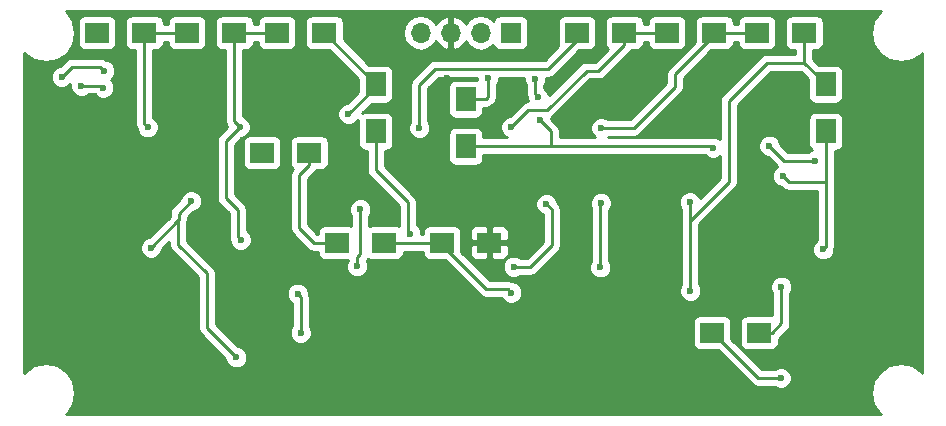
<source format=gbr>
G04 #@! TF.FileFunction,Copper,L2,Bot,Signal*
%FSLAX46Y46*%
G04 Gerber Fmt 4.6, Leading zero omitted, Abs format (unit mm)*
G04 Created by KiCad (PCBNEW 4.0.7) date 07/09/18 18:26:11*
%MOMM*%
%LPD*%
G01*
G04 APERTURE LIST*
%ADD10C,0.100000*%
%ADD11R,1.700000X1.700000*%
%ADD12O,1.700000X1.700000*%
%ADD13R,2.000000X1.700000*%
%ADD14R,1.700000X2.000000*%
%ADD15C,0.600000*%
%ADD16C,0.250000*%
%ADD17C,0.254000*%
G04 APERTURE END LIST*
D10*
D11*
X162560000Y-80010000D03*
D12*
X160020000Y-80010000D03*
X157480000Y-80010000D03*
X154940000Y-80010000D03*
D13*
X141510000Y-90170000D03*
X145510000Y-90170000D03*
X147860000Y-97790000D03*
X151860000Y-97790000D03*
X156750000Y-97790000D03*
X160750000Y-97790000D03*
X131540000Y-80010000D03*
X127540000Y-80010000D03*
X139160000Y-80010000D03*
X135160000Y-80010000D03*
X146780000Y-80010000D03*
X142780000Y-80010000D03*
D14*
X151130000Y-88360000D03*
X151130000Y-84360000D03*
X158750000Y-85630000D03*
X158750000Y-89630000D03*
D13*
X172180000Y-80010000D03*
X168180000Y-80010000D03*
X179800000Y-80010000D03*
X175800000Y-80010000D03*
X187420000Y-80010000D03*
X183420000Y-80010000D03*
D14*
X189230000Y-88360000D03*
X189230000Y-84360000D03*
D13*
X179610000Y-105410000D03*
X183610000Y-105410000D03*
D15*
X157200600Y-83820000D03*
X166090600Y-104978200D03*
X166370000Y-102057200D03*
X164795200Y-98044000D03*
X164642800Y-83896200D03*
X164871400Y-85445600D03*
X165049200Y-87426800D03*
X188341000Y-90830400D03*
X184454800Y-89585800D03*
X179679600Y-89738200D03*
X185445400Y-109245400D03*
X160604200Y-83870800D03*
X139344400Y-107492800D03*
X132105400Y-98221800D03*
X135509000Y-94259400D03*
X131826000Y-88011000D03*
X127152400Y-80111600D03*
X124536200Y-83769200D03*
X128168400Y-83235800D03*
X141782800Y-90170000D03*
X126212600Y-84480400D03*
X128066800Y-84658200D03*
X162610800Y-102006400D03*
X162814000Y-99822000D03*
X165582600Y-94513400D03*
X162610800Y-88011000D03*
X147878800Y-97459800D03*
X149555200Y-99796600D03*
X149834600Y-94970600D03*
X148818600Y-86893400D03*
X139700000Y-97536000D03*
X144526000Y-102108000D03*
X144780000Y-105410000D03*
X139623800Y-87985600D03*
X185597800Y-92151200D03*
X189026800Y-98348800D03*
X185470800Y-101523800D03*
X183642000Y-105613200D03*
X154838400Y-88061800D03*
X151130000Y-88360000D03*
X154051000Y-97028000D03*
X177723800Y-94361000D03*
X177774600Y-101854000D03*
X170230800Y-88087200D03*
X170154600Y-99872800D03*
X170205400Y-94411800D03*
D16*
X160750000Y-97790000D02*
X160750000Y-95014800D01*
X157073600Y-83947000D02*
X157200600Y-83820000D01*
X157073600Y-91338400D02*
X157073600Y-83947000D01*
X160750000Y-95014800D02*
X157073600Y-91338400D01*
X160750000Y-97790000D02*
X164541200Y-97790000D01*
X166090600Y-102336600D02*
X166090600Y-104978200D01*
X166370000Y-102057200D02*
X166090600Y-102336600D01*
X164541200Y-97790000D02*
X164795200Y-98044000D01*
X165963600Y-89630000D02*
X165963600Y-88341200D01*
X164642800Y-85217000D02*
X164642800Y-83896200D01*
X164871400Y-85445600D02*
X164642800Y-85217000D01*
X165963600Y-88341200D02*
X165049200Y-87426800D01*
X158750000Y-89630000D02*
X165963600Y-89630000D01*
X165963600Y-89630000D02*
X179571400Y-89630000D01*
X185699400Y-90830400D02*
X188341000Y-90830400D01*
X184454800Y-89585800D02*
X185699400Y-90830400D01*
X179571400Y-89630000D02*
X179679600Y-89738200D01*
X179610000Y-105410000D02*
X179654200Y-105410000D01*
X179654200Y-105410000D02*
X183489600Y-109245400D01*
X183489600Y-109245400D02*
X185445400Y-109245400D01*
X158750000Y-85630000D02*
X160445200Y-85630000D01*
X160604200Y-85471000D02*
X160604200Y-83870800D01*
X160445200Y-85630000D02*
X160604200Y-85471000D01*
X134429500Y-95897700D02*
X134429500Y-97955100D01*
X136855200Y-105003600D02*
X139344400Y-107492800D01*
X136855200Y-100380800D02*
X136855200Y-105003600D01*
X134429500Y-97955100D02*
X136855200Y-100380800D01*
X134442200Y-95885000D02*
X134429500Y-95897700D01*
X134429500Y-95897700D02*
X132105400Y-98221800D01*
X134442200Y-95326200D02*
X134442200Y-95885000D01*
X135509000Y-94259400D02*
X134442200Y-95326200D01*
X131540000Y-80010000D02*
X135160000Y-80010000D01*
X131540000Y-80010000D02*
X131540000Y-87725000D01*
X131540000Y-87725000D02*
X131826000Y-88011000D01*
X127152400Y-80111600D02*
X127254000Y-80010000D01*
X127254000Y-80010000D02*
X127540000Y-80010000D01*
X125425200Y-82880200D02*
X124536200Y-83769200D01*
X127812800Y-82880200D02*
X125425200Y-82880200D01*
X128168400Y-83235800D02*
X127812800Y-82880200D01*
X141782800Y-90170000D02*
X141510000Y-90170000D01*
X127889000Y-84480400D02*
X126212600Y-84480400D01*
X128066800Y-84658200D02*
X127889000Y-84480400D01*
X156750000Y-97790000D02*
X156750000Y-97974400D01*
X156750000Y-97974400D02*
X160477200Y-101701600D01*
X162306000Y-101701600D02*
X162610800Y-102006400D01*
X160477200Y-101701600D02*
X162306000Y-101701600D01*
X151860000Y-97790000D02*
X156750000Y-97790000D01*
X164236400Y-99822000D02*
X162814000Y-99822000D01*
X166039800Y-98018600D02*
X164236400Y-99822000D01*
X166039800Y-94970600D02*
X166039800Y-98018600D01*
X165582600Y-94513400D02*
X166039800Y-94970600D01*
X172180000Y-80010000D02*
X172180000Y-81007200D01*
X164058600Y-86563200D02*
X162610800Y-88011000D01*
X165633400Y-86563200D02*
X164058600Y-86563200D01*
X168986200Y-83210400D02*
X165633400Y-86563200D01*
X169976800Y-83210400D02*
X168986200Y-83210400D01*
X172180000Y-81007200D02*
X169976800Y-83210400D01*
X172180000Y-80010000D02*
X175800000Y-80010000D01*
X147878800Y-97459800D02*
X147860000Y-97478600D01*
X147860000Y-97478600D02*
X147860000Y-97790000D01*
X145510000Y-90170000D02*
X145510000Y-91167200D01*
X145872200Y-97790000D02*
X147860000Y-97790000D01*
X144627600Y-96545400D02*
X145872200Y-97790000D01*
X144627600Y-92049600D02*
X144627600Y-96545400D01*
X145510000Y-91167200D02*
X144627600Y-92049600D01*
X149555200Y-99009200D02*
X149555200Y-99796600D01*
X149834600Y-98729800D02*
X149555200Y-99009200D01*
X149834600Y-94970600D02*
X149834600Y-98729800D01*
X146780000Y-80010000D02*
X151130000Y-84360000D01*
X148818600Y-86893400D02*
X151130000Y-84582000D01*
X151130000Y-84582000D02*
X151130000Y-84360000D01*
X138430000Y-89179400D02*
X139623800Y-87985600D01*
X138430000Y-93980000D02*
X138430000Y-89179400D01*
X139446000Y-94996000D02*
X138430000Y-93980000D01*
X139446000Y-97282000D02*
X139446000Y-94996000D01*
X139700000Y-97536000D02*
X139446000Y-97282000D01*
X144780000Y-102362000D02*
X144780000Y-105410000D01*
X144526000Y-102108000D02*
X144780000Y-102362000D01*
X139160000Y-80010000D02*
X139160000Y-87521800D01*
X139160000Y-87521800D02*
X139623800Y-87985600D01*
X139160000Y-80010000D02*
X142780000Y-80010000D01*
X189230000Y-92659200D02*
X186105800Y-92659200D01*
X186105800Y-92659200D02*
X185597800Y-92151200D01*
X189230000Y-98145600D02*
X189230000Y-92659200D01*
X189230000Y-92659200D02*
X189230000Y-88360000D01*
X189026800Y-98348800D02*
X189230000Y-98145600D01*
X183610000Y-105410000D02*
X184683400Y-105410000D01*
X185470800Y-104622600D02*
X185470800Y-101523800D01*
X184683400Y-105410000D02*
X185470800Y-104622600D01*
X183642000Y-105613200D02*
X183610000Y-105581200D01*
X183610000Y-105581200D02*
X183610000Y-105410000D01*
X168180000Y-80010000D02*
X168180000Y-80638400D01*
X168180000Y-80638400D02*
X165760400Y-83058000D01*
X165760400Y-83058000D02*
X156184600Y-83058000D01*
X156184600Y-83058000D02*
X154838400Y-84404200D01*
X154838400Y-84404200D02*
X154838400Y-88061800D01*
X154051000Y-97028000D02*
X153873200Y-96850200D01*
X153873200Y-96850200D02*
X153873200Y-94361000D01*
X153873200Y-94361000D02*
X151130000Y-91617800D01*
X151130000Y-91617800D02*
X151130000Y-88360000D01*
X187420000Y-82550000D02*
X184277000Y-82550000D01*
X181025800Y-92659200D02*
X177774600Y-95910400D01*
X181025800Y-85801200D02*
X181025800Y-92659200D01*
X184277000Y-82550000D02*
X181025800Y-85801200D01*
X177723800Y-94361000D02*
X177774600Y-94411800D01*
X177774600Y-94411800D02*
X177774600Y-95910400D01*
X177774600Y-95910400D02*
X177774600Y-101854000D01*
X187420000Y-80010000D02*
X187420000Y-82550000D01*
X187420000Y-82550000D02*
X189230000Y-84360000D01*
X179800000Y-80010000D02*
X179800000Y-80194400D01*
X179800000Y-80194400D02*
X176479200Y-83515200D01*
X172999400Y-88087200D02*
X170230800Y-88087200D01*
X176479200Y-84607400D02*
X172999400Y-88087200D01*
X176479200Y-83515200D02*
X176479200Y-84607400D01*
X170154600Y-94462600D02*
X170154600Y-99872800D01*
X170205400Y-94411800D02*
X170154600Y-94462600D01*
X179800000Y-80010000D02*
X183420000Y-80010000D01*
D17*
G36*
X193807954Y-78237954D02*
X193264711Y-79050976D01*
X193073949Y-80010000D01*
X193264711Y-80969024D01*
X193807954Y-81782046D01*
X194620976Y-82325289D01*
X195580000Y-82516051D01*
X196539024Y-82325289D01*
X197352046Y-81782046D01*
X197410000Y-81695312D01*
X197410000Y-108804688D01*
X197352046Y-108717954D01*
X196539024Y-108174711D01*
X195580000Y-107983949D01*
X194620976Y-108174711D01*
X193807954Y-108717954D01*
X193264711Y-109530976D01*
X193073949Y-110490000D01*
X193264711Y-111449024D01*
X193807954Y-112262046D01*
X193894688Y-112320000D01*
X124875312Y-112320000D01*
X124962046Y-112262046D01*
X125505289Y-111449024D01*
X125696051Y-110490000D01*
X125505289Y-109530976D01*
X124962046Y-108717954D01*
X124149024Y-108174711D01*
X123190000Y-107983949D01*
X122230976Y-108174711D01*
X121417954Y-108717954D01*
X121360000Y-108804688D01*
X121360000Y-98406967D01*
X131170238Y-98406967D01*
X131312283Y-98750743D01*
X131575073Y-99013992D01*
X131918601Y-99156638D01*
X132290567Y-99156962D01*
X132634343Y-99014917D01*
X132897592Y-98752127D01*
X133040238Y-98408599D01*
X133040279Y-98361723D01*
X133669500Y-97732502D01*
X133669500Y-97955100D01*
X133727352Y-98245939D01*
X133892099Y-98492501D01*
X136095200Y-100695602D01*
X136095200Y-105003600D01*
X136153052Y-105294439D01*
X136317799Y-105541001D01*
X138409278Y-107632480D01*
X138409238Y-107677967D01*
X138551283Y-108021743D01*
X138814073Y-108284992D01*
X139157601Y-108427638D01*
X139529567Y-108427962D01*
X139873343Y-108285917D01*
X140136592Y-108023127D01*
X140279238Y-107679599D01*
X140279562Y-107307633D01*
X140137517Y-106963857D01*
X139874727Y-106700608D01*
X139531199Y-106557962D01*
X139484323Y-106557921D01*
X137615200Y-104688798D01*
X137615200Y-102293167D01*
X143590838Y-102293167D01*
X143732883Y-102636943D01*
X143995673Y-102900192D01*
X144020000Y-102910294D01*
X144020000Y-104847537D01*
X143987808Y-104879673D01*
X143845162Y-105223201D01*
X143844838Y-105595167D01*
X143986883Y-105938943D01*
X144249673Y-106202192D01*
X144593201Y-106344838D01*
X144965167Y-106345162D01*
X145308943Y-106203117D01*
X145572192Y-105940327D01*
X145714838Y-105596799D01*
X145715162Y-105224833D01*
X145573117Y-104881057D01*
X145540000Y-104847882D01*
X145540000Y-104560000D01*
X177962560Y-104560000D01*
X177962560Y-106260000D01*
X178006838Y-106495317D01*
X178145910Y-106711441D01*
X178358110Y-106856431D01*
X178610000Y-106907440D01*
X180076838Y-106907440D01*
X182952199Y-109782801D01*
X183198761Y-109947548D01*
X183489600Y-110005400D01*
X184882937Y-110005400D01*
X184915073Y-110037592D01*
X185258601Y-110180238D01*
X185630567Y-110180562D01*
X185974343Y-110038517D01*
X186237592Y-109775727D01*
X186380238Y-109432199D01*
X186380562Y-109060233D01*
X186238517Y-108716457D01*
X185975727Y-108453208D01*
X185632199Y-108310562D01*
X185260233Y-108310238D01*
X184916457Y-108452283D01*
X184883282Y-108485400D01*
X183804402Y-108485400D01*
X181257440Y-105938438D01*
X181257440Y-104560000D01*
X181962560Y-104560000D01*
X181962560Y-106260000D01*
X182006838Y-106495317D01*
X182145910Y-106711441D01*
X182358110Y-106856431D01*
X182610000Y-106907440D01*
X184610000Y-106907440D01*
X184845317Y-106863162D01*
X185061441Y-106724090D01*
X185206431Y-106511890D01*
X185257440Y-106260000D01*
X185257440Y-105910762D01*
X186008201Y-105160001D01*
X186172948Y-104913439D01*
X186230800Y-104622600D01*
X186230800Y-102086263D01*
X186262992Y-102054127D01*
X186405638Y-101710599D01*
X186405962Y-101338633D01*
X186263917Y-100994857D01*
X186001127Y-100731608D01*
X185657599Y-100588962D01*
X185285633Y-100588638D01*
X184941857Y-100730683D01*
X184678608Y-100993473D01*
X184535962Y-101337001D01*
X184535638Y-101708967D01*
X184677683Y-102052743D01*
X184710800Y-102085918D01*
X184710800Y-103932973D01*
X184610000Y-103912560D01*
X182610000Y-103912560D01*
X182374683Y-103956838D01*
X182158559Y-104095910D01*
X182013569Y-104308110D01*
X181962560Y-104560000D01*
X181257440Y-104560000D01*
X181213162Y-104324683D01*
X181074090Y-104108559D01*
X180861890Y-103963569D01*
X180610000Y-103912560D01*
X178610000Y-103912560D01*
X178374683Y-103956838D01*
X178158559Y-104095910D01*
X178013569Y-104308110D01*
X177962560Y-104560000D01*
X145540000Y-104560000D01*
X145540000Y-102362000D01*
X145506423Y-102193199D01*
X145482148Y-102071160D01*
X145461060Y-102039600D01*
X145461162Y-101922833D01*
X145319117Y-101579057D01*
X145056327Y-101315808D01*
X144712799Y-101173162D01*
X144340833Y-101172838D01*
X143997057Y-101314883D01*
X143733808Y-101577673D01*
X143591162Y-101921201D01*
X143590838Y-102293167D01*
X137615200Y-102293167D01*
X137615200Y-100380800D01*
X137557348Y-100089961D01*
X137392601Y-99843399D01*
X135189500Y-97640298D01*
X135189500Y-95948847D01*
X135202200Y-95885000D01*
X135202200Y-95641002D01*
X135648680Y-95194522D01*
X135694167Y-95194562D01*
X136037943Y-95052517D01*
X136301192Y-94789727D01*
X136443838Y-94446199D01*
X136444162Y-94074233D01*
X136302117Y-93730457D01*
X136039327Y-93467208D01*
X135695799Y-93324562D01*
X135323833Y-93324238D01*
X134980057Y-93466283D01*
X134716808Y-93729073D01*
X134574162Y-94072601D01*
X134574121Y-94119477D01*
X133904799Y-94788799D01*
X133740052Y-95035361D01*
X133682200Y-95326200D01*
X133682200Y-95570198D01*
X131965720Y-97286678D01*
X131920233Y-97286638D01*
X131576457Y-97428683D01*
X131313208Y-97691473D01*
X131170562Y-98035001D01*
X131170238Y-98406967D01*
X121360000Y-98406967D01*
X121360000Y-83954367D01*
X123601038Y-83954367D01*
X123743083Y-84298143D01*
X124005873Y-84561392D01*
X124349401Y-84704038D01*
X124721367Y-84704362D01*
X125065143Y-84562317D01*
X125277713Y-84350118D01*
X125277438Y-84665567D01*
X125419483Y-85009343D01*
X125682273Y-85272592D01*
X126025801Y-85415238D01*
X126397767Y-85415562D01*
X126741543Y-85273517D01*
X126774718Y-85240400D01*
X127326847Y-85240400D01*
X127536473Y-85450392D01*
X127880001Y-85593038D01*
X128251967Y-85593362D01*
X128595743Y-85451317D01*
X128858992Y-85188527D01*
X129001638Y-84844999D01*
X129001962Y-84473033D01*
X128859917Y-84129257D01*
X128728602Y-83997713D01*
X128960592Y-83766127D01*
X129103238Y-83422599D01*
X129103562Y-83050633D01*
X128961517Y-82706857D01*
X128698727Y-82443608D01*
X128355199Y-82300962D01*
X128287499Y-82300903D01*
X128103639Y-82178052D01*
X127812800Y-82120200D01*
X125425200Y-82120200D01*
X125134361Y-82178052D01*
X124887799Y-82342799D01*
X124396520Y-82834078D01*
X124351033Y-82834038D01*
X124007257Y-82976083D01*
X123744008Y-83238873D01*
X123601362Y-83582401D01*
X123601038Y-83954367D01*
X121360000Y-83954367D01*
X121360000Y-81695312D01*
X121417954Y-81782046D01*
X122230976Y-82325289D01*
X123190000Y-82516051D01*
X124149024Y-82325289D01*
X124962046Y-81782046D01*
X125505289Y-80969024D01*
X125696051Y-80010000D01*
X125526976Y-79160000D01*
X125892560Y-79160000D01*
X125892560Y-80860000D01*
X125936838Y-81095317D01*
X126075910Y-81311441D01*
X126288110Y-81456431D01*
X126540000Y-81507440D01*
X128540000Y-81507440D01*
X128775317Y-81463162D01*
X128991441Y-81324090D01*
X129136431Y-81111890D01*
X129187440Y-80860000D01*
X129187440Y-79160000D01*
X129892560Y-79160000D01*
X129892560Y-80860000D01*
X129936838Y-81095317D01*
X130075910Y-81311441D01*
X130288110Y-81456431D01*
X130540000Y-81507440D01*
X130780000Y-81507440D01*
X130780000Y-87725000D01*
X130837852Y-88015839D01*
X130890926Y-88095270D01*
X130890838Y-88196167D01*
X131032883Y-88539943D01*
X131295673Y-88803192D01*
X131639201Y-88945838D01*
X132011167Y-88946162D01*
X132354943Y-88804117D01*
X132618192Y-88541327D01*
X132760838Y-88197799D01*
X132761162Y-87825833D01*
X132619117Y-87482057D01*
X132356327Y-87218808D01*
X132300000Y-87195419D01*
X132300000Y-81507440D01*
X132540000Y-81507440D01*
X132775317Y-81463162D01*
X132991441Y-81324090D01*
X133136431Y-81111890D01*
X133187440Y-80860000D01*
X133187440Y-80770000D01*
X133512560Y-80770000D01*
X133512560Y-80860000D01*
X133556838Y-81095317D01*
X133695910Y-81311441D01*
X133908110Y-81456431D01*
X134160000Y-81507440D01*
X136160000Y-81507440D01*
X136395317Y-81463162D01*
X136611441Y-81324090D01*
X136756431Y-81111890D01*
X136807440Y-80860000D01*
X136807440Y-79160000D01*
X137512560Y-79160000D01*
X137512560Y-80860000D01*
X137556838Y-81095317D01*
X137695910Y-81311441D01*
X137908110Y-81456431D01*
X138160000Y-81507440D01*
X138400000Y-81507440D01*
X138400000Y-87521800D01*
X138457852Y-87812639D01*
X138563638Y-87970960D01*
X137892599Y-88641999D01*
X137727852Y-88888561D01*
X137670000Y-89179400D01*
X137670000Y-93980000D01*
X137727852Y-94270839D01*
X137892599Y-94517401D01*
X138686000Y-95310802D01*
X138686000Y-97282000D01*
X138743852Y-97572839D01*
X138764940Y-97604399D01*
X138764838Y-97721167D01*
X138906883Y-98064943D01*
X139169673Y-98328192D01*
X139513201Y-98470838D01*
X139885167Y-98471162D01*
X140228943Y-98329117D01*
X140492192Y-98066327D01*
X140634838Y-97722799D01*
X140635162Y-97350833D01*
X140493117Y-97007057D01*
X140230327Y-96743808D01*
X140206000Y-96733706D01*
X140206000Y-94996000D01*
X140148148Y-94705161D01*
X139983401Y-94458599D01*
X139190000Y-93665198D01*
X139190000Y-89494202D01*
X139364202Y-89320000D01*
X139862560Y-89320000D01*
X139862560Y-91020000D01*
X139906838Y-91255317D01*
X140045910Y-91471441D01*
X140258110Y-91616431D01*
X140510000Y-91667440D01*
X142510000Y-91667440D01*
X142745317Y-91623162D01*
X142961441Y-91484090D01*
X143106431Y-91271890D01*
X143157440Y-91020000D01*
X143157440Y-89320000D01*
X143862560Y-89320000D01*
X143862560Y-91020000D01*
X143906838Y-91255317D01*
X144045910Y-91471441D01*
X144096435Y-91505963D01*
X144090199Y-91512199D01*
X143925452Y-91758761D01*
X143867600Y-92049600D01*
X143867600Y-96545400D01*
X143925452Y-96836239D01*
X144090199Y-97082801D01*
X145334799Y-98327401D01*
X145581360Y-98492148D01*
X145872200Y-98550000D01*
X146212560Y-98550000D01*
X146212560Y-98640000D01*
X146256838Y-98875317D01*
X146395910Y-99091441D01*
X146608110Y-99236431D01*
X146860000Y-99287440D01*
X148754219Y-99287440D01*
X148620362Y-99609801D01*
X148620038Y-99981767D01*
X148762083Y-100325543D01*
X149024873Y-100588792D01*
X149368401Y-100731438D01*
X149740367Y-100731762D01*
X150084143Y-100589717D01*
X150347392Y-100326927D01*
X150490038Y-99983399D01*
X150490362Y-99611433D01*
X150355108Y-99284094D01*
X150372001Y-99267201D01*
X150460124Y-99135316D01*
X150608110Y-99236431D01*
X150860000Y-99287440D01*
X152860000Y-99287440D01*
X153095317Y-99243162D01*
X153311441Y-99104090D01*
X153456431Y-98891890D01*
X153507440Y-98640000D01*
X153507440Y-98550000D01*
X155102560Y-98550000D01*
X155102560Y-98640000D01*
X155146838Y-98875317D01*
X155285910Y-99091441D01*
X155498110Y-99236431D01*
X155750000Y-99287440D01*
X156988238Y-99287440D01*
X159939799Y-102239001D01*
X160186361Y-102403748D01*
X160477200Y-102461600D01*
X161787213Y-102461600D01*
X161817683Y-102535343D01*
X162080473Y-102798592D01*
X162424001Y-102941238D01*
X162795967Y-102941562D01*
X163139743Y-102799517D01*
X163402992Y-102536727D01*
X163545638Y-102193199D01*
X163545962Y-101821233D01*
X163403917Y-101477457D01*
X163141127Y-101214208D01*
X162797599Y-101071562D01*
X162704638Y-101071481D01*
X162596839Y-100999452D01*
X162306000Y-100941600D01*
X160792002Y-100941600D01*
X159857569Y-100007167D01*
X161878838Y-100007167D01*
X162020883Y-100350943D01*
X162283673Y-100614192D01*
X162627201Y-100756838D01*
X162999167Y-100757162D01*
X163342943Y-100615117D01*
X163376118Y-100582000D01*
X164236400Y-100582000D01*
X164527239Y-100524148D01*
X164773801Y-100359401D01*
X165075235Y-100057967D01*
X169219438Y-100057967D01*
X169361483Y-100401743D01*
X169624273Y-100664992D01*
X169967801Y-100807638D01*
X170339767Y-100807962D01*
X170683543Y-100665917D01*
X170946792Y-100403127D01*
X171089438Y-100059599D01*
X171089762Y-99687633D01*
X170947717Y-99343857D01*
X170914600Y-99310682D01*
X170914600Y-95024974D01*
X170997592Y-94942127D01*
X171140238Y-94598599D01*
X171140562Y-94226633D01*
X170998517Y-93882857D01*
X170735727Y-93619608D01*
X170392199Y-93476962D01*
X170020233Y-93476638D01*
X169676457Y-93618683D01*
X169413208Y-93881473D01*
X169270562Y-94225001D01*
X169270238Y-94596967D01*
X169394600Y-94897947D01*
X169394600Y-99310337D01*
X169362408Y-99342473D01*
X169219762Y-99686001D01*
X169219438Y-100057967D01*
X165075235Y-100057967D01*
X166577201Y-98556001D01*
X166741948Y-98309439D01*
X166799800Y-98018600D01*
X166799800Y-94970600D01*
X166751546Y-94728014D01*
X166741948Y-94679760D01*
X166577201Y-94433199D01*
X166517722Y-94373720D01*
X166517762Y-94328233D01*
X166375717Y-93984457D01*
X166112927Y-93721208D01*
X165769399Y-93578562D01*
X165397433Y-93578238D01*
X165053657Y-93720283D01*
X164790408Y-93983073D01*
X164647762Y-94326601D01*
X164647438Y-94698567D01*
X164789483Y-95042343D01*
X165052273Y-95305592D01*
X165279800Y-95400070D01*
X165279800Y-97703798D01*
X163921598Y-99062000D01*
X163376463Y-99062000D01*
X163344327Y-99029808D01*
X163000799Y-98887162D01*
X162628833Y-98886838D01*
X162285057Y-99028883D01*
X162021808Y-99291673D01*
X161879162Y-99635201D01*
X161878838Y-100007167D01*
X159857569Y-100007167D01*
X158397440Y-98547038D01*
X158397440Y-98075750D01*
X159115000Y-98075750D01*
X159115000Y-98766310D01*
X159211673Y-98999699D01*
X159390302Y-99178327D01*
X159623691Y-99275000D01*
X160464250Y-99275000D01*
X160623000Y-99116250D01*
X160623000Y-97917000D01*
X160877000Y-97917000D01*
X160877000Y-99116250D01*
X161035750Y-99275000D01*
X161876309Y-99275000D01*
X162109698Y-99178327D01*
X162288327Y-98999699D01*
X162385000Y-98766310D01*
X162385000Y-98075750D01*
X162226250Y-97917000D01*
X160877000Y-97917000D01*
X160623000Y-97917000D01*
X159273750Y-97917000D01*
X159115000Y-98075750D01*
X158397440Y-98075750D01*
X158397440Y-96940000D01*
X158373674Y-96813690D01*
X159115000Y-96813690D01*
X159115000Y-97504250D01*
X159273750Y-97663000D01*
X160623000Y-97663000D01*
X160623000Y-96463750D01*
X160877000Y-96463750D01*
X160877000Y-97663000D01*
X162226250Y-97663000D01*
X162385000Y-97504250D01*
X162385000Y-96813690D01*
X162288327Y-96580301D01*
X162109698Y-96401673D01*
X161876309Y-96305000D01*
X161035750Y-96305000D01*
X160877000Y-96463750D01*
X160623000Y-96463750D01*
X160464250Y-96305000D01*
X159623691Y-96305000D01*
X159390302Y-96401673D01*
X159211673Y-96580301D01*
X159115000Y-96813690D01*
X158373674Y-96813690D01*
X158353162Y-96704683D01*
X158214090Y-96488559D01*
X158001890Y-96343569D01*
X157750000Y-96292560D01*
X155750000Y-96292560D01*
X155514683Y-96336838D01*
X155298559Y-96475910D01*
X155153569Y-96688110D01*
X155102560Y-96940000D01*
X155102560Y-97030000D01*
X154985999Y-97030000D01*
X154986162Y-96842833D01*
X154844117Y-96499057D01*
X154633200Y-96287772D01*
X154633200Y-94361000D01*
X154575348Y-94070161D01*
X154410601Y-93823599D01*
X151890000Y-91302998D01*
X151890000Y-90007440D01*
X151980000Y-90007440D01*
X152215317Y-89963162D01*
X152431441Y-89824090D01*
X152576431Y-89611890D01*
X152627440Y-89360000D01*
X152627440Y-88246967D01*
X153903238Y-88246967D01*
X154045283Y-88590743D01*
X154308073Y-88853992D01*
X154651601Y-88996638D01*
X155023567Y-88996962D01*
X155367343Y-88854917D01*
X155630592Y-88592127D01*
X155773238Y-88248599D01*
X155773562Y-87876633D01*
X155631517Y-87532857D01*
X155598400Y-87499682D01*
X155598400Y-84719002D01*
X156499402Y-83818000D01*
X159669245Y-83818000D01*
X159669090Y-83996551D01*
X159600000Y-83982560D01*
X157900000Y-83982560D01*
X157664683Y-84026838D01*
X157448559Y-84165910D01*
X157303569Y-84378110D01*
X157252560Y-84630000D01*
X157252560Y-86630000D01*
X157296838Y-86865317D01*
X157435910Y-87081441D01*
X157648110Y-87226431D01*
X157900000Y-87277440D01*
X159600000Y-87277440D01*
X159835317Y-87233162D01*
X160051441Y-87094090D01*
X160196431Y-86881890D01*
X160247440Y-86630000D01*
X160247440Y-86390000D01*
X160445200Y-86390000D01*
X160736039Y-86332148D01*
X160982601Y-86167401D01*
X161141601Y-86008401D01*
X161306348Y-85761839D01*
X161364200Y-85471000D01*
X161364200Y-84433263D01*
X161396392Y-84401127D01*
X161539038Y-84057599D01*
X161539247Y-83818000D01*
X163707867Y-83818000D01*
X163707638Y-84081367D01*
X163849683Y-84425143D01*
X163882800Y-84458318D01*
X163882800Y-85217000D01*
X163936364Y-85486281D01*
X163936238Y-85630767D01*
X164011368Y-85812595D01*
X163767760Y-85861052D01*
X163521199Y-86025799D01*
X162471120Y-87075878D01*
X162425633Y-87075838D01*
X162081857Y-87217883D01*
X161818608Y-87480673D01*
X161675962Y-87824201D01*
X161675638Y-88196167D01*
X161817683Y-88539943D01*
X162080473Y-88803192D01*
X162241364Y-88870000D01*
X160247440Y-88870000D01*
X160247440Y-88630000D01*
X160203162Y-88394683D01*
X160064090Y-88178559D01*
X159851890Y-88033569D01*
X159600000Y-87982560D01*
X157900000Y-87982560D01*
X157664683Y-88026838D01*
X157448559Y-88165910D01*
X157303569Y-88378110D01*
X157252560Y-88630000D01*
X157252560Y-90630000D01*
X157296838Y-90865317D01*
X157435910Y-91081441D01*
X157648110Y-91226431D01*
X157900000Y-91277440D01*
X159600000Y-91277440D01*
X159835317Y-91233162D01*
X160051441Y-91094090D01*
X160196431Y-90881890D01*
X160247440Y-90630000D01*
X160247440Y-90390000D01*
X179009126Y-90390000D01*
X179149273Y-90530392D01*
X179492801Y-90673038D01*
X179864767Y-90673362D01*
X180208543Y-90531317D01*
X180265800Y-90474160D01*
X180265800Y-92344398D01*
X178593294Y-94016904D01*
X178516917Y-93832057D01*
X178254127Y-93568808D01*
X177910599Y-93426162D01*
X177538633Y-93425838D01*
X177194857Y-93567883D01*
X176931608Y-93830673D01*
X176788962Y-94174201D01*
X176788638Y-94546167D01*
X176930683Y-94889943D01*
X177014600Y-94974007D01*
X177014600Y-101291537D01*
X176982408Y-101323673D01*
X176839762Y-101667201D01*
X176839438Y-102039167D01*
X176981483Y-102382943D01*
X177244273Y-102646192D01*
X177587801Y-102788838D01*
X177959767Y-102789162D01*
X178303543Y-102647117D01*
X178566792Y-102384327D01*
X178709438Y-102040799D01*
X178709762Y-101668833D01*
X178567717Y-101325057D01*
X178534600Y-101291882D01*
X178534600Y-96225202D01*
X181563201Y-93196601D01*
X181727948Y-92950039D01*
X181785800Y-92659200D01*
X181785800Y-89770967D01*
X183519638Y-89770967D01*
X183661683Y-90114743D01*
X183924473Y-90377992D01*
X184268001Y-90520638D01*
X184314877Y-90520679D01*
X185127889Y-91333691D01*
X185068857Y-91358083D01*
X184805608Y-91620873D01*
X184662962Y-91964401D01*
X184662638Y-92336367D01*
X184804683Y-92680143D01*
X185067473Y-92943392D01*
X185411001Y-93086038D01*
X185457877Y-93086079D01*
X185568399Y-93196601D01*
X185814961Y-93361348D01*
X186105800Y-93419200D01*
X188470000Y-93419200D01*
X188470000Y-97583491D01*
X188234608Y-97818473D01*
X188091962Y-98162001D01*
X188091638Y-98533967D01*
X188233683Y-98877743D01*
X188496473Y-99140992D01*
X188840001Y-99283638D01*
X189211967Y-99283962D01*
X189555743Y-99141917D01*
X189818992Y-98879127D01*
X189961638Y-98535599D01*
X189961854Y-98287096D01*
X189990000Y-98145600D01*
X189990000Y-90007440D01*
X190080000Y-90007440D01*
X190315317Y-89963162D01*
X190531441Y-89824090D01*
X190676431Y-89611890D01*
X190727440Y-89360000D01*
X190727440Y-87360000D01*
X190683162Y-87124683D01*
X190544090Y-86908559D01*
X190331890Y-86763569D01*
X190080000Y-86712560D01*
X188380000Y-86712560D01*
X188144683Y-86756838D01*
X187928559Y-86895910D01*
X187783569Y-87108110D01*
X187732560Y-87360000D01*
X187732560Y-89360000D01*
X187776838Y-89595317D01*
X187915910Y-89811441D01*
X188082748Y-89925436D01*
X187812057Y-90037283D01*
X187778882Y-90070400D01*
X186014202Y-90070400D01*
X185389922Y-89446120D01*
X185389962Y-89400633D01*
X185247917Y-89056857D01*
X184985127Y-88793608D01*
X184641599Y-88650962D01*
X184269633Y-88650638D01*
X183925857Y-88792683D01*
X183662608Y-89055473D01*
X183519962Y-89399001D01*
X183519638Y-89770967D01*
X181785800Y-89770967D01*
X181785800Y-86116002D01*
X184591802Y-83310000D01*
X187105198Y-83310000D01*
X187732560Y-83937362D01*
X187732560Y-85360000D01*
X187776838Y-85595317D01*
X187915910Y-85811441D01*
X188128110Y-85956431D01*
X188380000Y-86007440D01*
X190080000Y-86007440D01*
X190315317Y-85963162D01*
X190531441Y-85824090D01*
X190676431Y-85611890D01*
X190727440Y-85360000D01*
X190727440Y-83360000D01*
X190683162Y-83124683D01*
X190544090Y-82908559D01*
X190331890Y-82763569D01*
X190080000Y-82712560D01*
X188657362Y-82712560D01*
X188180000Y-82235198D01*
X188180000Y-81507440D01*
X188420000Y-81507440D01*
X188655317Y-81463162D01*
X188871441Y-81324090D01*
X189016431Y-81111890D01*
X189067440Y-80860000D01*
X189067440Y-79160000D01*
X189023162Y-78924683D01*
X188884090Y-78708559D01*
X188671890Y-78563569D01*
X188420000Y-78512560D01*
X186420000Y-78512560D01*
X186184683Y-78556838D01*
X185968559Y-78695910D01*
X185823569Y-78908110D01*
X185772560Y-79160000D01*
X185772560Y-80860000D01*
X185816838Y-81095317D01*
X185955910Y-81311441D01*
X186168110Y-81456431D01*
X186420000Y-81507440D01*
X186660000Y-81507440D01*
X186660000Y-81790000D01*
X184277000Y-81790000D01*
X183986161Y-81847852D01*
X183739599Y-82012599D01*
X180488399Y-85263799D01*
X180323652Y-85510361D01*
X180265800Y-85801200D01*
X180265800Y-89001979D01*
X180209927Y-88946008D01*
X179866399Y-88803362D01*
X179494433Y-88803038D01*
X179332372Y-88870000D01*
X170770078Y-88870000D01*
X170792918Y-88847200D01*
X172999400Y-88847200D01*
X173290239Y-88789348D01*
X173536801Y-88624601D01*
X177016601Y-85144801D01*
X177181348Y-84898240D01*
X177239200Y-84607400D01*
X177239200Y-83830002D01*
X179561762Y-81507440D01*
X180800000Y-81507440D01*
X181035317Y-81463162D01*
X181251441Y-81324090D01*
X181396431Y-81111890D01*
X181447440Y-80860000D01*
X181447440Y-80770000D01*
X181772560Y-80770000D01*
X181772560Y-80860000D01*
X181816838Y-81095317D01*
X181955910Y-81311441D01*
X182168110Y-81456431D01*
X182420000Y-81507440D01*
X184420000Y-81507440D01*
X184655317Y-81463162D01*
X184871441Y-81324090D01*
X185016431Y-81111890D01*
X185067440Y-80860000D01*
X185067440Y-79160000D01*
X185023162Y-78924683D01*
X184884090Y-78708559D01*
X184671890Y-78563569D01*
X184420000Y-78512560D01*
X182420000Y-78512560D01*
X182184683Y-78556838D01*
X181968559Y-78695910D01*
X181823569Y-78908110D01*
X181772560Y-79160000D01*
X181772560Y-79250000D01*
X181447440Y-79250000D01*
X181447440Y-79160000D01*
X181403162Y-78924683D01*
X181264090Y-78708559D01*
X181051890Y-78563569D01*
X180800000Y-78512560D01*
X178800000Y-78512560D01*
X178564683Y-78556838D01*
X178348559Y-78695910D01*
X178203569Y-78908110D01*
X178152560Y-79160000D01*
X178152560Y-80767038D01*
X175941799Y-82977799D01*
X175777052Y-83224361D01*
X175719200Y-83515200D01*
X175719200Y-84292598D01*
X172684598Y-87327200D01*
X170793263Y-87327200D01*
X170761127Y-87295008D01*
X170417599Y-87152362D01*
X170045633Y-87152038D01*
X169701857Y-87294083D01*
X169438608Y-87556873D01*
X169295962Y-87900401D01*
X169295638Y-88272367D01*
X169437683Y-88616143D01*
X169691097Y-88870000D01*
X166723600Y-88870000D01*
X166723600Y-88341200D01*
X166665748Y-88050361D01*
X166501001Y-87803799D01*
X165984322Y-87287120D01*
X165984362Y-87241633D01*
X165979033Y-87228736D01*
X166170801Y-87100601D01*
X169301002Y-83970400D01*
X169976800Y-83970400D01*
X170267639Y-83912548D01*
X170514201Y-83747801D01*
X172717401Y-81544601D01*
X172742231Y-81507440D01*
X173180000Y-81507440D01*
X173415317Y-81463162D01*
X173631441Y-81324090D01*
X173776431Y-81111890D01*
X173827440Y-80860000D01*
X173827440Y-80770000D01*
X174152560Y-80770000D01*
X174152560Y-80860000D01*
X174196838Y-81095317D01*
X174335910Y-81311441D01*
X174548110Y-81456431D01*
X174800000Y-81507440D01*
X176800000Y-81507440D01*
X177035317Y-81463162D01*
X177251441Y-81324090D01*
X177396431Y-81111890D01*
X177447440Y-80860000D01*
X177447440Y-79160000D01*
X177403162Y-78924683D01*
X177264090Y-78708559D01*
X177051890Y-78563569D01*
X176800000Y-78512560D01*
X174800000Y-78512560D01*
X174564683Y-78556838D01*
X174348559Y-78695910D01*
X174203569Y-78908110D01*
X174152560Y-79160000D01*
X174152560Y-79250000D01*
X173827440Y-79250000D01*
X173827440Y-79160000D01*
X173783162Y-78924683D01*
X173644090Y-78708559D01*
X173431890Y-78563569D01*
X173180000Y-78512560D01*
X171180000Y-78512560D01*
X170944683Y-78556838D01*
X170728559Y-78695910D01*
X170583569Y-78908110D01*
X170532560Y-79160000D01*
X170532560Y-80860000D01*
X170576838Y-81095317D01*
X170715910Y-81311441D01*
X170766435Y-81345963D01*
X169661998Y-82450400D01*
X168986200Y-82450400D01*
X168695360Y-82508252D01*
X168448799Y-82672999D01*
X165806514Y-85315284D01*
X165806562Y-85260433D01*
X165664517Y-84916657D01*
X165402800Y-84654483D01*
X165402800Y-84458663D01*
X165434992Y-84426527D01*
X165577638Y-84082999D01*
X165577869Y-83818000D01*
X165760400Y-83818000D01*
X166051239Y-83760148D01*
X166297801Y-83595401D01*
X168385762Y-81507440D01*
X169180000Y-81507440D01*
X169415317Y-81463162D01*
X169631441Y-81324090D01*
X169776431Y-81111890D01*
X169827440Y-80860000D01*
X169827440Y-79160000D01*
X169783162Y-78924683D01*
X169644090Y-78708559D01*
X169431890Y-78563569D01*
X169180000Y-78512560D01*
X167180000Y-78512560D01*
X166944683Y-78556838D01*
X166728559Y-78695910D01*
X166583569Y-78908110D01*
X166532560Y-79160000D01*
X166532560Y-80860000D01*
X166576838Y-81095317D01*
X166604811Y-81138787D01*
X165445598Y-82298000D01*
X156184600Y-82298000D01*
X155893760Y-82355852D01*
X155647199Y-82520599D01*
X154300999Y-83866799D01*
X154136252Y-84113361D01*
X154078400Y-84404200D01*
X154078400Y-87499337D01*
X154046208Y-87531473D01*
X153903562Y-87875001D01*
X153903238Y-88246967D01*
X152627440Y-88246967D01*
X152627440Y-87360000D01*
X152583162Y-87124683D01*
X152444090Y-86908559D01*
X152231890Y-86763569D01*
X151980000Y-86712560D01*
X150280000Y-86712560D01*
X150044683Y-86756838D01*
X150003398Y-86783404D01*
X150779362Y-86007440D01*
X151980000Y-86007440D01*
X152215317Y-85963162D01*
X152431441Y-85824090D01*
X152576431Y-85611890D01*
X152627440Y-85360000D01*
X152627440Y-83360000D01*
X152583162Y-83124683D01*
X152444090Y-82908559D01*
X152231890Y-82763569D01*
X151980000Y-82712560D01*
X150557362Y-82712560D01*
X148427440Y-80582638D01*
X148427440Y-79980907D01*
X153455000Y-79980907D01*
X153455000Y-80039093D01*
X153568039Y-80607378D01*
X153889946Y-81089147D01*
X154371715Y-81411054D01*
X154940000Y-81524093D01*
X155508285Y-81411054D01*
X155990054Y-81089147D01*
X156217702Y-80748447D01*
X156284817Y-80891358D01*
X156713076Y-81281645D01*
X157123110Y-81451476D01*
X157353000Y-81330155D01*
X157353000Y-80137000D01*
X157333000Y-80137000D01*
X157333000Y-79883000D01*
X157353000Y-79883000D01*
X157353000Y-78689845D01*
X157607000Y-78689845D01*
X157607000Y-79883000D01*
X157627000Y-79883000D01*
X157627000Y-80137000D01*
X157607000Y-80137000D01*
X157607000Y-81330155D01*
X157836890Y-81451476D01*
X158246924Y-81281645D01*
X158675183Y-80891358D01*
X158742298Y-80748447D01*
X158969946Y-81089147D01*
X159451715Y-81411054D01*
X160020000Y-81524093D01*
X160588285Y-81411054D01*
X161070054Y-81089147D01*
X161097850Y-81047548D01*
X161106838Y-81095317D01*
X161245910Y-81311441D01*
X161458110Y-81456431D01*
X161710000Y-81507440D01*
X163410000Y-81507440D01*
X163645317Y-81463162D01*
X163861441Y-81324090D01*
X164006431Y-81111890D01*
X164057440Y-80860000D01*
X164057440Y-79160000D01*
X164013162Y-78924683D01*
X163874090Y-78708559D01*
X163661890Y-78563569D01*
X163410000Y-78512560D01*
X161710000Y-78512560D01*
X161474683Y-78556838D01*
X161258559Y-78695910D01*
X161113569Y-78908110D01*
X161099914Y-78975541D01*
X161070054Y-78930853D01*
X160588285Y-78608946D01*
X160020000Y-78495907D01*
X159451715Y-78608946D01*
X158969946Y-78930853D01*
X158742298Y-79271553D01*
X158675183Y-79128642D01*
X158246924Y-78738355D01*
X157836890Y-78568524D01*
X157607000Y-78689845D01*
X157353000Y-78689845D01*
X157123110Y-78568524D01*
X156713076Y-78738355D01*
X156284817Y-79128642D01*
X156217702Y-79271553D01*
X155990054Y-78930853D01*
X155508285Y-78608946D01*
X154940000Y-78495907D01*
X154371715Y-78608946D01*
X153889946Y-78930853D01*
X153568039Y-79412622D01*
X153455000Y-79980907D01*
X148427440Y-79980907D01*
X148427440Y-79160000D01*
X148383162Y-78924683D01*
X148244090Y-78708559D01*
X148031890Y-78563569D01*
X147780000Y-78512560D01*
X145780000Y-78512560D01*
X145544683Y-78556838D01*
X145328559Y-78695910D01*
X145183569Y-78908110D01*
X145132560Y-79160000D01*
X145132560Y-80860000D01*
X145176838Y-81095317D01*
X145315910Y-81311441D01*
X145528110Y-81456431D01*
X145780000Y-81507440D01*
X147202638Y-81507440D01*
X149632560Y-83937362D01*
X149632560Y-85004638D01*
X148678920Y-85958278D01*
X148633433Y-85958238D01*
X148289657Y-86100283D01*
X148026408Y-86363073D01*
X147883762Y-86706601D01*
X147883438Y-87078567D01*
X148025483Y-87422343D01*
X148288273Y-87685592D01*
X148631801Y-87828238D01*
X149003767Y-87828562D01*
X149347543Y-87686517D01*
X149610792Y-87423727D01*
X149632560Y-87371304D01*
X149632560Y-89360000D01*
X149676838Y-89595317D01*
X149815910Y-89811441D01*
X150028110Y-89956431D01*
X150280000Y-90007440D01*
X150370000Y-90007440D01*
X150370000Y-91617800D01*
X150427852Y-91908639D01*
X150592599Y-92155201D01*
X153113200Y-94675802D01*
X153113200Y-96344464D01*
X153111890Y-96343569D01*
X152860000Y-96292560D01*
X150860000Y-96292560D01*
X150624683Y-96336838D01*
X150594600Y-96356196D01*
X150594600Y-95533063D01*
X150626792Y-95500927D01*
X150769438Y-95157399D01*
X150769762Y-94785433D01*
X150627717Y-94441657D01*
X150364927Y-94178408D01*
X150021399Y-94035762D01*
X149649433Y-94035438D01*
X149305657Y-94177483D01*
X149042408Y-94440273D01*
X148899762Y-94783801D01*
X148899438Y-95155767D01*
X149041483Y-95499543D01*
X149074600Y-95532718D01*
X149074600Y-96336018D01*
X148860000Y-96292560D01*
X146860000Y-96292560D01*
X146624683Y-96336838D01*
X146408559Y-96475910D01*
X146263569Y-96688110D01*
X146212560Y-96940000D01*
X146212560Y-97030000D01*
X146187002Y-97030000D01*
X145387600Y-96230598D01*
X145387600Y-92364402D01*
X146047401Y-91704601D01*
X146072231Y-91667440D01*
X146510000Y-91667440D01*
X146745317Y-91623162D01*
X146961441Y-91484090D01*
X147106431Y-91271890D01*
X147157440Y-91020000D01*
X147157440Y-89320000D01*
X147113162Y-89084683D01*
X146974090Y-88868559D01*
X146761890Y-88723569D01*
X146510000Y-88672560D01*
X144510000Y-88672560D01*
X144274683Y-88716838D01*
X144058559Y-88855910D01*
X143913569Y-89068110D01*
X143862560Y-89320000D01*
X143157440Y-89320000D01*
X143113162Y-89084683D01*
X142974090Y-88868559D01*
X142761890Y-88723569D01*
X142510000Y-88672560D01*
X140510000Y-88672560D01*
X140274683Y-88716838D01*
X140058559Y-88855910D01*
X139913569Y-89068110D01*
X139862560Y-89320000D01*
X139364202Y-89320000D01*
X139763480Y-88920722D01*
X139808967Y-88920762D01*
X140152743Y-88778717D01*
X140415992Y-88515927D01*
X140558638Y-88172399D01*
X140558962Y-87800433D01*
X140416917Y-87456657D01*
X140154127Y-87193408D01*
X139920000Y-87096189D01*
X139920000Y-81507440D01*
X140160000Y-81507440D01*
X140395317Y-81463162D01*
X140611441Y-81324090D01*
X140756431Y-81111890D01*
X140807440Y-80860000D01*
X140807440Y-80770000D01*
X141132560Y-80770000D01*
X141132560Y-80860000D01*
X141176838Y-81095317D01*
X141315910Y-81311441D01*
X141528110Y-81456431D01*
X141780000Y-81507440D01*
X143780000Y-81507440D01*
X144015317Y-81463162D01*
X144231441Y-81324090D01*
X144376431Y-81111890D01*
X144427440Y-80860000D01*
X144427440Y-79160000D01*
X144383162Y-78924683D01*
X144244090Y-78708559D01*
X144031890Y-78563569D01*
X143780000Y-78512560D01*
X141780000Y-78512560D01*
X141544683Y-78556838D01*
X141328559Y-78695910D01*
X141183569Y-78908110D01*
X141132560Y-79160000D01*
X141132560Y-79250000D01*
X140807440Y-79250000D01*
X140807440Y-79160000D01*
X140763162Y-78924683D01*
X140624090Y-78708559D01*
X140411890Y-78563569D01*
X140160000Y-78512560D01*
X138160000Y-78512560D01*
X137924683Y-78556838D01*
X137708559Y-78695910D01*
X137563569Y-78908110D01*
X137512560Y-79160000D01*
X136807440Y-79160000D01*
X136763162Y-78924683D01*
X136624090Y-78708559D01*
X136411890Y-78563569D01*
X136160000Y-78512560D01*
X134160000Y-78512560D01*
X133924683Y-78556838D01*
X133708559Y-78695910D01*
X133563569Y-78908110D01*
X133512560Y-79160000D01*
X133512560Y-79250000D01*
X133187440Y-79250000D01*
X133187440Y-79160000D01*
X133143162Y-78924683D01*
X133004090Y-78708559D01*
X132791890Y-78563569D01*
X132540000Y-78512560D01*
X130540000Y-78512560D01*
X130304683Y-78556838D01*
X130088559Y-78695910D01*
X129943569Y-78908110D01*
X129892560Y-79160000D01*
X129187440Y-79160000D01*
X129143162Y-78924683D01*
X129004090Y-78708559D01*
X128791890Y-78563569D01*
X128540000Y-78512560D01*
X126540000Y-78512560D01*
X126304683Y-78556838D01*
X126088559Y-78695910D01*
X125943569Y-78908110D01*
X125892560Y-79160000D01*
X125526976Y-79160000D01*
X125505289Y-79050976D01*
X124962046Y-78237954D01*
X124875312Y-78180000D01*
X193894688Y-78180000D01*
X193807954Y-78237954D01*
X193807954Y-78237954D01*
G37*
X193807954Y-78237954D02*
X193264711Y-79050976D01*
X193073949Y-80010000D01*
X193264711Y-80969024D01*
X193807954Y-81782046D01*
X194620976Y-82325289D01*
X195580000Y-82516051D01*
X196539024Y-82325289D01*
X197352046Y-81782046D01*
X197410000Y-81695312D01*
X197410000Y-108804688D01*
X197352046Y-108717954D01*
X196539024Y-108174711D01*
X195580000Y-107983949D01*
X194620976Y-108174711D01*
X193807954Y-108717954D01*
X193264711Y-109530976D01*
X193073949Y-110490000D01*
X193264711Y-111449024D01*
X193807954Y-112262046D01*
X193894688Y-112320000D01*
X124875312Y-112320000D01*
X124962046Y-112262046D01*
X125505289Y-111449024D01*
X125696051Y-110490000D01*
X125505289Y-109530976D01*
X124962046Y-108717954D01*
X124149024Y-108174711D01*
X123190000Y-107983949D01*
X122230976Y-108174711D01*
X121417954Y-108717954D01*
X121360000Y-108804688D01*
X121360000Y-98406967D01*
X131170238Y-98406967D01*
X131312283Y-98750743D01*
X131575073Y-99013992D01*
X131918601Y-99156638D01*
X132290567Y-99156962D01*
X132634343Y-99014917D01*
X132897592Y-98752127D01*
X133040238Y-98408599D01*
X133040279Y-98361723D01*
X133669500Y-97732502D01*
X133669500Y-97955100D01*
X133727352Y-98245939D01*
X133892099Y-98492501D01*
X136095200Y-100695602D01*
X136095200Y-105003600D01*
X136153052Y-105294439D01*
X136317799Y-105541001D01*
X138409278Y-107632480D01*
X138409238Y-107677967D01*
X138551283Y-108021743D01*
X138814073Y-108284992D01*
X139157601Y-108427638D01*
X139529567Y-108427962D01*
X139873343Y-108285917D01*
X140136592Y-108023127D01*
X140279238Y-107679599D01*
X140279562Y-107307633D01*
X140137517Y-106963857D01*
X139874727Y-106700608D01*
X139531199Y-106557962D01*
X139484323Y-106557921D01*
X137615200Y-104688798D01*
X137615200Y-102293167D01*
X143590838Y-102293167D01*
X143732883Y-102636943D01*
X143995673Y-102900192D01*
X144020000Y-102910294D01*
X144020000Y-104847537D01*
X143987808Y-104879673D01*
X143845162Y-105223201D01*
X143844838Y-105595167D01*
X143986883Y-105938943D01*
X144249673Y-106202192D01*
X144593201Y-106344838D01*
X144965167Y-106345162D01*
X145308943Y-106203117D01*
X145572192Y-105940327D01*
X145714838Y-105596799D01*
X145715162Y-105224833D01*
X145573117Y-104881057D01*
X145540000Y-104847882D01*
X145540000Y-104560000D01*
X177962560Y-104560000D01*
X177962560Y-106260000D01*
X178006838Y-106495317D01*
X178145910Y-106711441D01*
X178358110Y-106856431D01*
X178610000Y-106907440D01*
X180076838Y-106907440D01*
X182952199Y-109782801D01*
X183198761Y-109947548D01*
X183489600Y-110005400D01*
X184882937Y-110005400D01*
X184915073Y-110037592D01*
X185258601Y-110180238D01*
X185630567Y-110180562D01*
X185974343Y-110038517D01*
X186237592Y-109775727D01*
X186380238Y-109432199D01*
X186380562Y-109060233D01*
X186238517Y-108716457D01*
X185975727Y-108453208D01*
X185632199Y-108310562D01*
X185260233Y-108310238D01*
X184916457Y-108452283D01*
X184883282Y-108485400D01*
X183804402Y-108485400D01*
X181257440Y-105938438D01*
X181257440Y-104560000D01*
X181962560Y-104560000D01*
X181962560Y-106260000D01*
X182006838Y-106495317D01*
X182145910Y-106711441D01*
X182358110Y-106856431D01*
X182610000Y-106907440D01*
X184610000Y-106907440D01*
X184845317Y-106863162D01*
X185061441Y-106724090D01*
X185206431Y-106511890D01*
X185257440Y-106260000D01*
X185257440Y-105910762D01*
X186008201Y-105160001D01*
X186172948Y-104913439D01*
X186230800Y-104622600D01*
X186230800Y-102086263D01*
X186262992Y-102054127D01*
X186405638Y-101710599D01*
X186405962Y-101338633D01*
X186263917Y-100994857D01*
X186001127Y-100731608D01*
X185657599Y-100588962D01*
X185285633Y-100588638D01*
X184941857Y-100730683D01*
X184678608Y-100993473D01*
X184535962Y-101337001D01*
X184535638Y-101708967D01*
X184677683Y-102052743D01*
X184710800Y-102085918D01*
X184710800Y-103932973D01*
X184610000Y-103912560D01*
X182610000Y-103912560D01*
X182374683Y-103956838D01*
X182158559Y-104095910D01*
X182013569Y-104308110D01*
X181962560Y-104560000D01*
X181257440Y-104560000D01*
X181213162Y-104324683D01*
X181074090Y-104108559D01*
X180861890Y-103963569D01*
X180610000Y-103912560D01*
X178610000Y-103912560D01*
X178374683Y-103956838D01*
X178158559Y-104095910D01*
X178013569Y-104308110D01*
X177962560Y-104560000D01*
X145540000Y-104560000D01*
X145540000Y-102362000D01*
X145506423Y-102193199D01*
X145482148Y-102071160D01*
X145461060Y-102039600D01*
X145461162Y-101922833D01*
X145319117Y-101579057D01*
X145056327Y-101315808D01*
X144712799Y-101173162D01*
X144340833Y-101172838D01*
X143997057Y-101314883D01*
X143733808Y-101577673D01*
X143591162Y-101921201D01*
X143590838Y-102293167D01*
X137615200Y-102293167D01*
X137615200Y-100380800D01*
X137557348Y-100089961D01*
X137392601Y-99843399D01*
X135189500Y-97640298D01*
X135189500Y-95948847D01*
X135202200Y-95885000D01*
X135202200Y-95641002D01*
X135648680Y-95194522D01*
X135694167Y-95194562D01*
X136037943Y-95052517D01*
X136301192Y-94789727D01*
X136443838Y-94446199D01*
X136444162Y-94074233D01*
X136302117Y-93730457D01*
X136039327Y-93467208D01*
X135695799Y-93324562D01*
X135323833Y-93324238D01*
X134980057Y-93466283D01*
X134716808Y-93729073D01*
X134574162Y-94072601D01*
X134574121Y-94119477D01*
X133904799Y-94788799D01*
X133740052Y-95035361D01*
X133682200Y-95326200D01*
X133682200Y-95570198D01*
X131965720Y-97286678D01*
X131920233Y-97286638D01*
X131576457Y-97428683D01*
X131313208Y-97691473D01*
X131170562Y-98035001D01*
X131170238Y-98406967D01*
X121360000Y-98406967D01*
X121360000Y-83954367D01*
X123601038Y-83954367D01*
X123743083Y-84298143D01*
X124005873Y-84561392D01*
X124349401Y-84704038D01*
X124721367Y-84704362D01*
X125065143Y-84562317D01*
X125277713Y-84350118D01*
X125277438Y-84665567D01*
X125419483Y-85009343D01*
X125682273Y-85272592D01*
X126025801Y-85415238D01*
X126397767Y-85415562D01*
X126741543Y-85273517D01*
X126774718Y-85240400D01*
X127326847Y-85240400D01*
X127536473Y-85450392D01*
X127880001Y-85593038D01*
X128251967Y-85593362D01*
X128595743Y-85451317D01*
X128858992Y-85188527D01*
X129001638Y-84844999D01*
X129001962Y-84473033D01*
X128859917Y-84129257D01*
X128728602Y-83997713D01*
X128960592Y-83766127D01*
X129103238Y-83422599D01*
X129103562Y-83050633D01*
X128961517Y-82706857D01*
X128698727Y-82443608D01*
X128355199Y-82300962D01*
X128287499Y-82300903D01*
X128103639Y-82178052D01*
X127812800Y-82120200D01*
X125425200Y-82120200D01*
X125134361Y-82178052D01*
X124887799Y-82342799D01*
X124396520Y-82834078D01*
X124351033Y-82834038D01*
X124007257Y-82976083D01*
X123744008Y-83238873D01*
X123601362Y-83582401D01*
X123601038Y-83954367D01*
X121360000Y-83954367D01*
X121360000Y-81695312D01*
X121417954Y-81782046D01*
X122230976Y-82325289D01*
X123190000Y-82516051D01*
X124149024Y-82325289D01*
X124962046Y-81782046D01*
X125505289Y-80969024D01*
X125696051Y-80010000D01*
X125526976Y-79160000D01*
X125892560Y-79160000D01*
X125892560Y-80860000D01*
X125936838Y-81095317D01*
X126075910Y-81311441D01*
X126288110Y-81456431D01*
X126540000Y-81507440D01*
X128540000Y-81507440D01*
X128775317Y-81463162D01*
X128991441Y-81324090D01*
X129136431Y-81111890D01*
X129187440Y-80860000D01*
X129187440Y-79160000D01*
X129892560Y-79160000D01*
X129892560Y-80860000D01*
X129936838Y-81095317D01*
X130075910Y-81311441D01*
X130288110Y-81456431D01*
X130540000Y-81507440D01*
X130780000Y-81507440D01*
X130780000Y-87725000D01*
X130837852Y-88015839D01*
X130890926Y-88095270D01*
X130890838Y-88196167D01*
X131032883Y-88539943D01*
X131295673Y-88803192D01*
X131639201Y-88945838D01*
X132011167Y-88946162D01*
X132354943Y-88804117D01*
X132618192Y-88541327D01*
X132760838Y-88197799D01*
X132761162Y-87825833D01*
X132619117Y-87482057D01*
X132356327Y-87218808D01*
X132300000Y-87195419D01*
X132300000Y-81507440D01*
X132540000Y-81507440D01*
X132775317Y-81463162D01*
X132991441Y-81324090D01*
X133136431Y-81111890D01*
X133187440Y-80860000D01*
X133187440Y-80770000D01*
X133512560Y-80770000D01*
X133512560Y-80860000D01*
X133556838Y-81095317D01*
X133695910Y-81311441D01*
X133908110Y-81456431D01*
X134160000Y-81507440D01*
X136160000Y-81507440D01*
X136395317Y-81463162D01*
X136611441Y-81324090D01*
X136756431Y-81111890D01*
X136807440Y-80860000D01*
X136807440Y-79160000D01*
X137512560Y-79160000D01*
X137512560Y-80860000D01*
X137556838Y-81095317D01*
X137695910Y-81311441D01*
X137908110Y-81456431D01*
X138160000Y-81507440D01*
X138400000Y-81507440D01*
X138400000Y-87521800D01*
X138457852Y-87812639D01*
X138563638Y-87970960D01*
X137892599Y-88641999D01*
X137727852Y-88888561D01*
X137670000Y-89179400D01*
X137670000Y-93980000D01*
X137727852Y-94270839D01*
X137892599Y-94517401D01*
X138686000Y-95310802D01*
X138686000Y-97282000D01*
X138743852Y-97572839D01*
X138764940Y-97604399D01*
X138764838Y-97721167D01*
X138906883Y-98064943D01*
X139169673Y-98328192D01*
X139513201Y-98470838D01*
X139885167Y-98471162D01*
X140228943Y-98329117D01*
X140492192Y-98066327D01*
X140634838Y-97722799D01*
X140635162Y-97350833D01*
X140493117Y-97007057D01*
X140230327Y-96743808D01*
X140206000Y-96733706D01*
X140206000Y-94996000D01*
X140148148Y-94705161D01*
X139983401Y-94458599D01*
X139190000Y-93665198D01*
X139190000Y-89494202D01*
X139364202Y-89320000D01*
X139862560Y-89320000D01*
X139862560Y-91020000D01*
X139906838Y-91255317D01*
X140045910Y-91471441D01*
X140258110Y-91616431D01*
X140510000Y-91667440D01*
X142510000Y-91667440D01*
X142745317Y-91623162D01*
X142961441Y-91484090D01*
X143106431Y-91271890D01*
X143157440Y-91020000D01*
X143157440Y-89320000D01*
X143862560Y-89320000D01*
X143862560Y-91020000D01*
X143906838Y-91255317D01*
X144045910Y-91471441D01*
X144096435Y-91505963D01*
X144090199Y-91512199D01*
X143925452Y-91758761D01*
X143867600Y-92049600D01*
X143867600Y-96545400D01*
X143925452Y-96836239D01*
X144090199Y-97082801D01*
X145334799Y-98327401D01*
X145581360Y-98492148D01*
X145872200Y-98550000D01*
X146212560Y-98550000D01*
X146212560Y-98640000D01*
X146256838Y-98875317D01*
X146395910Y-99091441D01*
X146608110Y-99236431D01*
X146860000Y-99287440D01*
X148754219Y-99287440D01*
X148620362Y-99609801D01*
X148620038Y-99981767D01*
X148762083Y-100325543D01*
X149024873Y-100588792D01*
X149368401Y-100731438D01*
X149740367Y-100731762D01*
X150084143Y-100589717D01*
X150347392Y-100326927D01*
X150490038Y-99983399D01*
X150490362Y-99611433D01*
X150355108Y-99284094D01*
X150372001Y-99267201D01*
X150460124Y-99135316D01*
X150608110Y-99236431D01*
X150860000Y-99287440D01*
X152860000Y-99287440D01*
X153095317Y-99243162D01*
X153311441Y-99104090D01*
X153456431Y-98891890D01*
X153507440Y-98640000D01*
X153507440Y-98550000D01*
X155102560Y-98550000D01*
X155102560Y-98640000D01*
X155146838Y-98875317D01*
X155285910Y-99091441D01*
X155498110Y-99236431D01*
X155750000Y-99287440D01*
X156988238Y-99287440D01*
X159939799Y-102239001D01*
X160186361Y-102403748D01*
X160477200Y-102461600D01*
X161787213Y-102461600D01*
X161817683Y-102535343D01*
X162080473Y-102798592D01*
X162424001Y-102941238D01*
X162795967Y-102941562D01*
X163139743Y-102799517D01*
X163402992Y-102536727D01*
X163545638Y-102193199D01*
X163545962Y-101821233D01*
X163403917Y-101477457D01*
X163141127Y-101214208D01*
X162797599Y-101071562D01*
X162704638Y-101071481D01*
X162596839Y-100999452D01*
X162306000Y-100941600D01*
X160792002Y-100941600D01*
X159857569Y-100007167D01*
X161878838Y-100007167D01*
X162020883Y-100350943D01*
X162283673Y-100614192D01*
X162627201Y-100756838D01*
X162999167Y-100757162D01*
X163342943Y-100615117D01*
X163376118Y-100582000D01*
X164236400Y-100582000D01*
X164527239Y-100524148D01*
X164773801Y-100359401D01*
X165075235Y-100057967D01*
X169219438Y-100057967D01*
X169361483Y-100401743D01*
X169624273Y-100664992D01*
X169967801Y-100807638D01*
X170339767Y-100807962D01*
X170683543Y-100665917D01*
X170946792Y-100403127D01*
X171089438Y-100059599D01*
X171089762Y-99687633D01*
X170947717Y-99343857D01*
X170914600Y-99310682D01*
X170914600Y-95024974D01*
X170997592Y-94942127D01*
X171140238Y-94598599D01*
X171140562Y-94226633D01*
X170998517Y-93882857D01*
X170735727Y-93619608D01*
X170392199Y-93476962D01*
X170020233Y-93476638D01*
X169676457Y-93618683D01*
X169413208Y-93881473D01*
X169270562Y-94225001D01*
X169270238Y-94596967D01*
X169394600Y-94897947D01*
X169394600Y-99310337D01*
X169362408Y-99342473D01*
X169219762Y-99686001D01*
X169219438Y-100057967D01*
X165075235Y-100057967D01*
X166577201Y-98556001D01*
X166741948Y-98309439D01*
X166799800Y-98018600D01*
X166799800Y-94970600D01*
X166751546Y-94728014D01*
X166741948Y-94679760D01*
X166577201Y-94433199D01*
X166517722Y-94373720D01*
X166517762Y-94328233D01*
X166375717Y-93984457D01*
X166112927Y-93721208D01*
X165769399Y-93578562D01*
X165397433Y-93578238D01*
X165053657Y-93720283D01*
X164790408Y-93983073D01*
X164647762Y-94326601D01*
X164647438Y-94698567D01*
X164789483Y-95042343D01*
X165052273Y-95305592D01*
X165279800Y-95400070D01*
X165279800Y-97703798D01*
X163921598Y-99062000D01*
X163376463Y-99062000D01*
X163344327Y-99029808D01*
X163000799Y-98887162D01*
X162628833Y-98886838D01*
X162285057Y-99028883D01*
X162021808Y-99291673D01*
X161879162Y-99635201D01*
X161878838Y-100007167D01*
X159857569Y-100007167D01*
X158397440Y-98547038D01*
X158397440Y-98075750D01*
X159115000Y-98075750D01*
X159115000Y-98766310D01*
X159211673Y-98999699D01*
X159390302Y-99178327D01*
X159623691Y-99275000D01*
X160464250Y-99275000D01*
X160623000Y-99116250D01*
X160623000Y-97917000D01*
X160877000Y-97917000D01*
X160877000Y-99116250D01*
X161035750Y-99275000D01*
X161876309Y-99275000D01*
X162109698Y-99178327D01*
X162288327Y-98999699D01*
X162385000Y-98766310D01*
X162385000Y-98075750D01*
X162226250Y-97917000D01*
X160877000Y-97917000D01*
X160623000Y-97917000D01*
X159273750Y-97917000D01*
X159115000Y-98075750D01*
X158397440Y-98075750D01*
X158397440Y-96940000D01*
X158373674Y-96813690D01*
X159115000Y-96813690D01*
X159115000Y-97504250D01*
X159273750Y-97663000D01*
X160623000Y-97663000D01*
X160623000Y-96463750D01*
X160877000Y-96463750D01*
X160877000Y-97663000D01*
X162226250Y-97663000D01*
X162385000Y-97504250D01*
X162385000Y-96813690D01*
X162288327Y-96580301D01*
X162109698Y-96401673D01*
X161876309Y-96305000D01*
X161035750Y-96305000D01*
X160877000Y-96463750D01*
X160623000Y-96463750D01*
X160464250Y-96305000D01*
X159623691Y-96305000D01*
X159390302Y-96401673D01*
X159211673Y-96580301D01*
X159115000Y-96813690D01*
X158373674Y-96813690D01*
X158353162Y-96704683D01*
X158214090Y-96488559D01*
X158001890Y-96343569D01*
X157750000Y-96292560D01*
X155750000Y-96292560D01*
X155514683Y-96336838D01*
X155298559Y-96475910D01*
X155153569Y-96688110D01*
X155102560Y-96940000D01*
X155102560Y-97030000D01*
X154985999Y-97030000D01*
X154986162Y-96842833D01*
X154844117Y-96499057D01*
X154633200Y-96287772D01*
X154633200Y-94361000D01*
X154575348Y-94070161D01*
X154410601Y-93823599D01*
X151890000Y-91302998D01*
X151890000Y-90007440D01*
X151980000Y-90007440D01*
X152215317Y-89963162D01*
X152431441Y-89824090D01*
X152576431Y-89611890D01*
X152627440Y-89360000D01*
X152627440Y-88246967D01*
X153903238Y-88246967D01*
X154045283Y-88590743D01*
X154308073Y-88853992D01*
X154651601Y-88996638D01*
X155023567Y-88996962D01*
X155367343Y-88854917D01*
X155630592Y-88592127D01*
X155773238Y-88248599D01*
X155773562Y-87876633D01*
X155631517Y-87532857D01*
X155598400Y-87499682D01*
X155598400Y-84719002D01*
X156499402Y-83818000D01*
X159669245Y-83818000D01*
X159669090Y-83996551D01*
X159600000Y-83982560D01*
X157900000Y-83982560D01*
X157664683Y-84026838D01*
X157448559Y-84165910D01*
X157303569Y-84378110D01*
X157252560Y-84630000D01*
X157252560Y-86630000D01*
X157296838Y-86865317D01*
X157435910Y-87081441D01*
X157648110Y-87226431D01*
X157900000Y-87277440D01*
X159600000Y-87277440D01*
X159835317Y-87233162D01*
X160051441Y-87094090D01*
X160196431Y-86881890D01*
X160247440Y-86630000D01*
X160247440Y-86390000D01*
X160445200Y-86390000D01*
X160736039Y-86332148D01*
X160982601Y-86167401D01*
X161141601Y-86008401D01*
X161306348Y-85761839D01*
X161364200Y-85471000D01*
X161364200Y-84433263D01*
X161396392Y-84401127D01*
X161539038Y-84057599D01*
X161539247Y-83818000D01*
X163707867Y-83818000D01*
X163707638Y-84081367D01*
X163849683Y-84425143D01*
X163882800Y-84458318D01*
X163882800Y-85217000D01*
X163936364Y-85486281D01*
X163936238Y-85630767D01*
X164011368Y-85812595D01*
X163767760Y-85861052D01*
X163521199Y-86025799D01*
X162471120Y-87075878D01*
X162425633Y-87075838D01*
X162081857Y-87217883D01*
X161818608Y-87480673D01*
X161675962Y-87824201D01*
X161675638Y-88196167D01*
X161817683Y-88539943D01*
X162080473Y-88803192D01*
X162241364Y-88870000D01*
X160247440Y-88870000D01*
X160247440Y-88630000D01*
X160203162Y-88394683D01*
X160064090Y-88178559D01*
X159851890Y-88033569D01*
X159600000Y-87982560D01*
X157900000Y-87982560D01*
X157664683Y-88026838D01*
X157448559Y-88165910D01*
X157303569Y-88378110D01*
X157252560Y-88630000D01*
X157252560Y-90630000D01*
X157296838Y-90865317D01*
X157435910Y-91081441D01*
X157648110Y-91226431D01*
X157900000Y-91277440D01*
X159600000Y-91277440D01*
X159835317Y-91233162D01*
X160051441Y-91094090D01*
X160196431Y-90881890D01*
X160247440Y-90630000D01*
X160247440Y-90390000D01*
X179009126Y-90390000D01*
X179149273Y-90530392D01*
X179492801Y-90673038D01*
X179864767Y-90673362D01*
X180208543Y-90531317D01*
X180265800Y-90474160D01*
X180265800Y-92344398D01*
X178593294Y-94016904D01*
X178516917Y-93832057D01*
X178254127Y-93568808D01*
X177910599Y-93426162D01*
X177538633Y-93425838D01*
X177194857Y-93567883D01*
X176931608Y-93830673D01*
X176788962Y-94174201D01*
X176788638Y-94546167D01*
X176930683Y-94889943D01*
X177014600Y-94974007D01*
X177014600Y-101291537D01*
X176982408Y-101323673D01*
X176839762Y-101667201D01*
X176839438Y-102039167D01*
X176981483Y-102382943D01*
X177244273Y-102646192D01*
X177587801Y-102788838D01*
X177959767Y-102789162D01*
X178303543Y-102647117D01*
X178566792Y-102384327D01*
X178709438Y-102040799D01*
X178709762Y-101668833D01*
X178567717Y-101325057D01*
X178534600Y-101291882D01*
X178534600Y-96225202D01*
X181563201Y-93196601D01*
X181727948Y-92950039D01*
X181785800Y-92659200D01*
X181785800Y-89770967D01*
X183519638Y-89770967D01*
X183661683Y-90114743D01*
X183924473Y-90377992D01*
X184268001Y-90520638D01*
X184314877Y-90520679D01*
X185127889Y-91333691D01*
X185068857Y-91358083D01*
X184805608Y-91620873D01*
X184662962Y-91964401D01*
X184662638Y-92336367D01*
X184804683Y-92680143D01*
X185067473Y-92943392D01*
X185411001Y-93086038D01*
X185457877Y-93086079D01*
X185568399Y-93196601D01*
X185814961Y-93361348D01*
X186105800Y-93419200D01*
X188470000Y-93419200D01*
X188470000Y-97583491D01*
X188234608Y-97818473D01*
X188091962Y-98162001D01*
X188091638Y-98533967D01*
X188233683Y-98877743D01*
X188496473Y-99140992D01*
X188840001Y-99283638D01*
X189211967Y-99283962D01*
X189555743Y-99141917D01*
X189818992Y-98879127D01*
X189961638Y-98535599D01*
X189961854Y-98287096D01*
X189990000Y-98145600D01*
X189990000Y-90007440D01*
X190080000Y-90007440D01*
X190315317Y-89963162D01*
X190531441Y-89824090D01*
X190676431Y-89611890D01*
X190727440Y-89360000D01*
X190727440Y-87360000D01*
X190683162Y-87124683D01*
X190544090Y-86908559D01*
X190331890Y-86763569D01*
X190080000Y-86712560D01*
X188380000Y-86712560D01*
X188144683Y-86756838D01*
X187928559Y-86895910D01*
X187783569Y-87108110D01*
X187732560Y-87360000D01*
X187732560Y-89360000D01*
X187776838Y-89595317D01*
X187915910Y-89811441D01*
X188082748Y-89925436D01*
X187812057Y-90037283D01*
X187778882Y-90070400D01*
X186014202Y-90070400D01*
X185389922Y-89446120D01*
X185389962Y-89400633D01*
X185247917Y-89056857D01*
X184985127Y-88793608D01*
X184641599Y-88650962D01*
X184269633Y-88650638D01*
X183925857Y-88792683D01*
X183662608Y-89055473D01*
X183519962Y-89399001D01*
X183519638Y-89770967D01*
X181785800Y-89770967D01*
X181785800Y-86116002D01*
X184591802Y-83310000D01*
X187105198Y-83310000D01*
X187732560Y-83937362D01*
X187732560Y-85360000D01*
X187776838Y-85595317D01*
X187915910Y-85811441D01*
X188128110Y-85956431D01*
X188380000Y-86007440D01*
X190080000Y-86007440D01*
X190315317Y-85963162D01*
X190531441Y-85824090D01*
X190676431Y-85611890D01*
X190727440Y-85360000D01*
X190727440Y-83360000D01*
X190683162Y-83124683D01*
X190544090Y-82908559D01*
X190331890Y-82763569D01*
X190080000Y-82712560D01*
X188657362Y-82712560D01*
X188180000Y-82235198D01*
X188180000Y-81507440D01*
X188420000Y-81507440D01*
X188655317Y-81463162D01*
X188871441Y-81324090D01*
X189016431Y-81111890D01*
X189067440Y-80860000D01*
X189067440Y-79160000D01*
X189023162Y-78924683D01*
X188884090Y-78708559D01*
X188671890Y-78563569D01*
X188420000Y-78512560D01*
X186420000Y-78512560D01*
X186184683Y-78556838D01*
X185968559Y-78695910D01*
X185823569Y-78908110D01*
X185772560Y-79160000D01*
X185772560Y-80860000D01*
X185816838Y-81095317D01*
X185955910Y-81311441D01*
X186168110Y-81456431D01*
X186420000Y-81507440D01*
X186660000Y-81507440D01*
X186660000Y-81790000D01*
X184277000Y-81790000D01*
X183986161Y-81847852D01*
X183739599Y-82012599D01*
X180488399Y-85263799D01*
X180323652Y-85510361D01*
X180265800Y-85801200D01*
X180265800Y-89001979D01*
X180209927Y-88946008D01*
X179866399Y-88803362D01*
X179494433Y-88803038D01*
X179332372Y-88870000D01*
X170770078Y-88870000D01*
X170792918Y-88847200D01*
X172999400Y-88847200D01*
X173290239Y-88789348D01*
X173536801Y-88624601D01*
X177016601Y-85144801D01*
X177181348Y-84898240D01*
X177239200Y-84607400D01*
X177239200Y-83830002D01*
X179561762Y-81507440D01*
X180800000Y-81507440D01*
X181035317Y-81463162D01*
X181251441Y-81324090D01*
X181396431Y-81111890D01*
X181447440Y-80860000D01*
X181447440Y-80770000D01*
X181772560Y-80770000D01*
X181772560Y-80860000D01*
X181816838Y-81095317D01*
X181955910Y-81311441D01*
X182168110Y-81456431D01*
X182420000Y-81507440D01*
X184420000Y-81507440D01*
X184655317Y-81463162D01*
X184871441Y-81324090D01*
X185016431Y-81111890D01*
X185067440Y-80860000D01*
X185067440Y-79160000D01*
X185023162Y-78924683D01*
X184884090Y-78708559D01*
X184671890Y-78563569D01*
X184420000Y-78512560D01*
X182420000Y-78512560D01*
X182184683Y-78556838D01*
X181968559Y-78695910D01*
X181823569Y-78908110D01*
X181772560Y-79160000D01*
X181772560Y-79250000D01*
X181447440Y-79250000D01*
X181447440Y-79160000D01*
X181403162Y-78924683D01*
X181264090Y-78708559D01*
X181051890Y-78563569D01*
X180800000Y-78512560D01*
X178800000Y-78512560D01*
X178564683Y-78556838D01*
X178348559Y-78695910D01*
X178203569Y-78908110D01*
X178152560Y-79160000D01*
X178152560Y-80767038D01*
X175941799Y-82977799D01*
X175777052Y-83224361D01*
X175719200Y-83515200D01*
X175719200Y-84292598D01*
X172684598Y-87327200D01*
X170793263Y-87327200D01*
X170761127Y-87295008D01*
X170417599Y-87152362D01*
X170045633Y-87152038D01*
X169701857Y-87294083D01*
X169438608Y-87556873D01*
X169295962Y-87900401D01*
X169295638Y-88272367D01*
X169437683Y-88616143D01*
X169691097Y-88870000D01*
X166723600Y-88870000D01*
X166723600Y-88341200D01*
X166665748Y-88050361D01*
X166501001Y-87803799D01*
X165984322Y-87287120D01*
X165984362Y-87241633D01*
X165979033Y-87228736D01*
X166170801Y-87100601D01*
X169301002Y-83970400D01*
X169976800Y-83970400D01*
X170267639Y-83912548D01*
X170514201Y-83747801D01*
X172717401Y-81544601D01*
X172742231Y-81507440D01*
X173180000Y-81507440D01*
X173415317Y-81463162D01*
X173631441Y-81324090D01*
X173776431Y-81111890D01*
X173827440Y-80860000D01*
X173827440Y-80770000D01*
X174152560Y-80770000D01*
X174152560Y-80860000D01*
X174196838Y-81095317D01*
X174335910Y-81311441D01*
X174548110Y-81456431D01*
X174800000Y-81507440D01*
X176800000Y-81507440D01*
X177035317Y-81463162D01*
X177251441Y-81324090D01*
X177396431Y-81111890D01*
X177447440Y-80860000D01*
X177447440Y-79160000D01*
X177403162Y-78924683D01*
X177264090Y-78708559D01*
X177051890Y-78563569D01*
X176800000Y-78512560D01*
X174800000Y-78512560D01*
X174564683Y-78556838D01*
X174348559Y-78695910D01*
X174203569Y-78908110D01*
X174152560Y-79160000D01*
X174152560Y-79250000D01*
X173827440Y-79250000D01*
X173827440Y-79160000D01*
X173783162Y-78924683D01*
X173644090Y-78708559D01*
X173431890Y-78563569D01*
X173180000Y-78512560D01*
X171180000Y-78512560D01*
X170944683Y-78556838D01*
X170728559Y-78695910D01*
X170583569Y-78908110D01*
X170532560Y-79160000D01*
X170532560Y-80860000D01*
X170576838Y-81095317D01*
X170715910Y-81311441D01*
X170766435Y-81345963D01*
X169661998Y-82450400D01*
X168986200Y-82450400D01*
X168695360Y-82508252D01*
X168448799Y-82672999D01*
X165806514Y-85315284D01*
X165806562Y-85260433D01*
X165664517Y-84916657D01*
X165402800Y-84654483D01*
X165402800Y-84458663D01*
X165434992Y-84426527D01*
X165577638Y-84082999D01*
X165577869Y-83818000D01*
X165760400Y-83818000D01*
X166051239Y-83760148D01*
X166297801Y-83595401D01*
X168385762Y-81507440D01*
X169180000Y-81507440D01*
X169415317Y-81463162D01*
X169631441Y-81324090D01*
X169776431Y-81111890D01*
X169827440Y-80860000D01*
X169827440Y-79160000D01*
X169783162Y-78924683D01*
X169644090Y-78708559D01*
X169431890Y-78563569D01*
X169180000Y-78512560D01*
X167180000Y-78512560D01*
X166944683Y-78556838D01*
X166728559Y-78695910D01*
X166583569Y-78908110D01*
X166532560Y-79160000D01*
X166532560Y-80860000D01*
X166576838Y-81095317D01*
X166604811Y-81138787D01*
X165445598Y-82298000D01*
X156184600Y-82298000D01*
X155893760Y-82355852D01*
X155647199Y-82520599D01*
X154300999Y-83866799D01*
X154136252Y-84113361D01*
X154078400Y-84404200D01*
X154078400Y-87499337D01*
X154046208Y-87531473D01*
X153903562Y-87875001D01*
X153903238Y-88246967D01*
X152627440Y-88246967D01*
X152627440Y-87360000D01*
X152583162Y-87124683D01*
X152444090Y-86908559D01*
X152231890Y-86763569D01*
X151980000Y-86712560D01*
X150280000Y-86712560D01*
X150044683Y-86756838D01*
X150003398Y-86783404D01*
X150779362Y-86007440D01*
X151980000Y-86007440D01*
X152215317Y-85963162D01*
X152431441Y-85824090D01*
X152576431Y-85611890D01*
X152627440Y-85360000D01*
X152627440Y-83360000D01*
X152583162Y-83124683D01*
X152444090Y-82908559D01*
X152231890Y-82763569D01*
X151980000Y-82712560D01*
X150557362Y-82712560D01*
X148427440Y-80582638D01*
X148427440Y-79980907D01*
X153455000Y-79980907D01*
X153455000Y-80039093D01*
X153568039Y-80607378D01*
X153889946Y-81089147D01*
X154371715Y-81411054D01*
X154940000Y-81524093D01*
X155508285Y-81411054D01*
X155990054Y-81089147D01*
X156217702Y-80748447D01*
X156284817Y-80891358D01*
X156713076Y-81281645D01*
X157123110Y-81451476D01*
X157353000Y-81330155D01*
X157353000Y-80137000D01*
X157333000Y-80137000D01*
X157333000Y-79883000D01*
X157353000Y-79883000D01*
X157353000Y-78689845D01*
X157607000Y-78689845D01*
X157607000Y-79883000D01*
X157627000Y-79883000D01*
X157627000Y-80137000D01*
X157607000Y-80137000D01*
X157607000Y-81330155D01*
X157836890Y-81451476D01*
X158246924Y-81281645D01*
X158675183Y-80891358D01*
X158742298Y-80748447D01*
X158969946Y-81089147D01*
X159451715Y-81411054D01*
X160020000Y-81524093D01*
X160588285Y-81411054D01*
X161070054Y-81089147D01*
X161097850Y-81047548D01*
X161106838Y-81095317D01*
X161245910Y-81311441D01*
X161458110Y-81456431D01*
X161710000Y-81507440D01*
X163410000Y-81507440D01*
X163645317Y-81463162D01*
X163861441Y-81324090D01*
X164006431Y-81111890D01*
X164057440Y-80860000D01*
X164057440Y-79160000D01*
X164013162Y-78924683D01*
X163874090Y-78708559D01*
X163661890Y-78563569D01*
X163410000Y-78512560D01*
X161710000Y-78512560D01*
X161474683Y-78556838D01*
X161258559Y-78695910D01*
X161113569Y-78908110D01*
X161099914Y-78975541D01*
X161070054Y-78930853D01*
X160588285Y-78608946D01*
X160020000Y-78495907D01*
X159451715Y-78608946D01*
X158969946Y-78930853D01*
X158742298Y-79271553D01*
X158675183Y-79128642D01*
X158246924Y-78738355D01*
X157836890Y-78568524D01*
X157607000Y-78689845D01*
X157353000Y-78689845D01*
X157123110Y-78568524D01*
X156713076Y-78738355D01*
X156284817Y-79128642D01*
X156217702Y-79271553D01*
X155990054Y-78930853D01*
X155508285Y-78608946D01*
X154940000Y-78495907D01*
X154371715Y-78608946D01*
X153889946Y-78930853D01*
X153568039Y-79412622D01*
X153455000Y-79980907D01*
X148427440Y-79980907D01*
X148427440Y-79160000D01*
X148383162Y-78924683D01*
X148244090Y-78708559D01*
X148031890Y-78563569D01*
X147780000Y-78512560D01*
X145780000Y-78512560D01*
X145544683Y-78556838D01*
X145328559Y-78695910D01*
X145183569Y-78908110D01*
X145132560Y-79160000D01*
X145132560Y-80860000D01*
X145176838Y-81095317D01*
X145315910Y-81311441D01*
X145528110Y-81456431D01*
X145780000Y-81507440D01*
X147202638Y-81507440D01*
X149632560Y-83937362D01*
X149632560Y-85004638D01*
X148678920Y-85958278D01*
X148633433Y-85958238D01*
X148289657Y-86100283D01*
X148026408Y-86363073D01*
X147883762Y-86706601D01*
X147883438Y-87078567D01*
X148025483Y-87422343D01*
X148288273Y-87685592D01*
X148631801Y-87828238D01*
X149003767Y-87828562D01*
X149347543Y-87686517D01*
X149610792Y-87423727D01*
X149632560Y-87371304D01*
X149632560Y-89360000D01*
X149676838Y-89595317D01*
X149815910Y-89811441D01*
X150028110Y-89956431D01*
X150280000Y-90007440D01*
X150370000Y-90007440D01*
X150370000Y-91617800D01*
X150427852Y-91908639D01*
X150592599Y-92155201D01*
X153113200Y-94675802D01*
X153113200Y-96344464D01*
X153111890Y-96343569D01*
X152860000Y-96292560D01*
X150860000Y-96292560D01*
X150624683Y-96336838D01*
X150594600Y-96356196D01*
X150594600Y-95533063D01*
X150626792Y-95500927D01*
X150769438Y-95157399D01*
X150769762Y-94785433D01*
X150627717Y-94441657D01*
X150364927Y-94178408D01*
X150021399Y-94035762D01*
X149649433Y-94035438D01*
X149305657Y-94177483D01*
X149042408Y-94440273D01*
X148899762Y-94783801D01*
X148899438Y-95155767D01*
X149041483Y-95499543D01*
X149074600Y-95532718D01*
X149074600Y-96336018D01*
X148860000Y-96292560D01*
X146860000Y-96292560D01*
X146624683Y-96336838D01*
X146408559Y-96475910D01*
X146263569Y-96688110D01*
X146212560Y-96940000D01*
X146212560Y-97030000D01*
X146187002Y-97030000D01*
X145387600Y-96230598D01*
X145387600Y-92364402D01*
X146047401Y-91704601D01*
X146072231Y-91667440D01*
X146510000Y-91667440D01*
X146745317Y-91623162D01*
X146961441Y-91484090D01*
X147106431Y-91271890D01*
X147157440Y-91020000D01*
X147157440Y-89320000D01*
X147113162Y-89084683D01*
X146974090Y-88868559D01*
X146761890Y-88723569D01*
X146510000Y-88672560D01*
X144510000Y-88672560D01*
X144274683Y-88716838D01*
X144058559Y-88855910D01*
X143913569Y-89068110D01*
X143862560Y-89320000D01*
X143157440Y-89320000D01*
X143113162Y-89084683D01*
X142974090Y-88868559D01*
X142761890Y-88723569D01*
X142510000Y-88672560D01*
X140510000Y-88672560D01*
X140274683Y-88716838D01*
X140058559Y-88855910D01*
X139913569Y-89068110D01*
X139862560Y-89320000D01*
X139364202Y-89320000D01*
X139763480Y-88920722D01*
X139808967Y-88920762D01*
X140152743Y-88778717D01*
X140415992Y-88515927D01*
X140558638Y-88172399D01*
X140558962Y-87800433D01*
X140416917Y-87456657D01*
X140154127Y-87193408D01*
X139920000Y-87096189D01*
X139920000Y-81507440D01*
X140160000Y-81507440D01*
X140395317Y-81463162D01*
X140611441Y-81324090D01*
X140756431Y-81111890D01*
X140807440Y-80860000D01*
X140807440Y-80770000D01*
X141132560Y-80770000D01*
X141132560Y-80860000D01*
X141176838Y-81095317D01*
X141315910Y-81311441D01*
X141528110Y-81456431D01*
X141780000Y-81507440D01*
X143780000Y-81507440D01*
X144015317Y-81463162D01*
X144231441Y-81324090D01*
X144376431Y-81111890D01*
X144427440Y-80860000D01*
X144427440Y-79160000D01*
X144383162Y-78924683D01*
X144244090Y-78708559D01*
X144031890Y-78563569D01*
X143780000Y-78512560D01*
X141780000Y-78512560D01*
X141544683Y-78556838D01*
X141328559Y-78695910D01*
X141183569Y-78908110D01*
X141132560Y-79160000D01*
X141132560Y-79250000D01*
X140807440Y-79250000D01*
X140807440Y-79160000D01*
X140763162Y-78924683D01*
X140624090Y-78708559D01*
X140411890Y-78563569D01*
X140160000Y-78512560D01*
X138160000Y-78512560D01*
X137924683Y-78556838D01*
X137708559Y-78695910D01*
X137563569Y-78908110D01*
X137512560Y-79160000D01*
X136807440Y-79160000D01*
X136763162Y-78924683D01*
X136624090Y-78708559D01*
X136411890Y-78563569D01*
X136160000Y-78512560D01*
X134160000Y-78512560D01*
X133924683Y-78556838D01*
X133708559Y-78695910D01*
X133563569Y-78908110D01*
X133512560Y-79160000D01*
X133512560Y-79250000D01*
X133187440Y-79250000D01*
X133187440Y-79160000D01*
X133143162Y-78924683D01*
X133004090Y-78708559D01*
X132791890Y-78563569D01*
X132540000Y-78512560D01*
X130540000Y-78512560D01*
X130304683Y-78556838D01*
X130088559Y-78695910D01*
X129943569Y-78908110D01*
X129892560Y-79160000D01*
X129187440Y-79160000D01*
X129143162Y-78924683D01*
X129004090Y-78708559D01*
X128791890Y-78563569D01*
X128540000Y-78512560D01*
X126540000Y-78512560D01*
X126304683Y-78556838D01*
X126088559Y-78695910D01*
X125943569Y-78908110D01*
X125892560Y-79160000D01*
X125526976Y-79160000D01*
X125505289Y-79050976D01*
X124962046Y-78237954D01*
X124875312Y-78180000D01*
X193894688Y-78180000D01*
X193807954Y-78237954D01*
M02*

</source>
